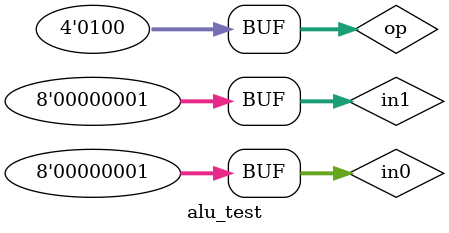
<source format=sv>
`timescale 1ns / 1ps


module alu_test ();

    reg [7:0] in0;
    reg [7:0] in1;
    reg [3:0] op;
    wire [7:0] out;
    
    alu #(.N(8)) a(.in0(in0), .in1(in1), .op(op), .out(out));
    
    initial begin
        op = 0;
        in0 = 1;
        in1 = 2;
        #10
        op = 1;
        in0 = 3;
        in1 = 1;
        #10
        op = 2;
        in0 = 5;
        in1 = 7;
        #10
        op = 3;
        in0 = 1;
        in1 = 1;
        #10
        op = 4;
        in0 = 1;
        in1 = 1;
    end
endmodule
</source>
